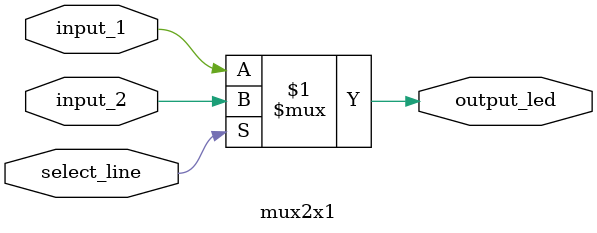
<source format=v>
module mux2x1(
    input wire input_1,  
    input wire input_2,   
    input wire select_line, 
    output wire output_led  
);

    assign output_led = (select_line) ? input_2 : input_1;

endmodule
</source>
